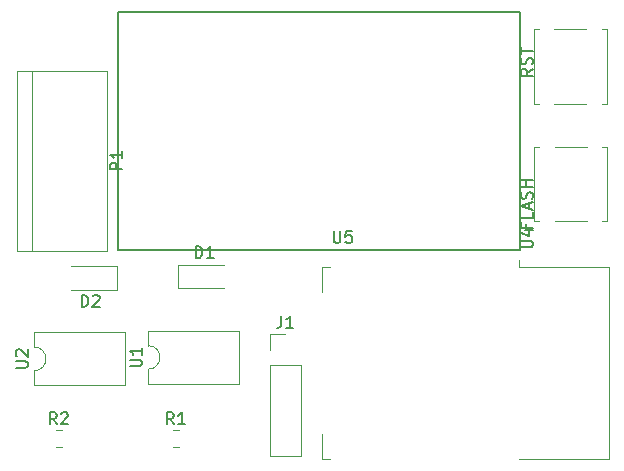
<source format=gto>
G04 #@! TF.GenerationSoftware,KiCad,Pcbnew,5.0.2-bee76a0~70~ubuntu18.04.1*
G04 #@! TF.CreationDate,2019-03-11T17:22:41+01:00*
G04 #@! TF.ProjectId,FilPilote,46696c50-696c-46f7-9465-2e6b69636164,rev?*
G04 #@! TF.SameCoordinates,Original*
G04 #@! TF.FileFunction,Legend,Top*
G04 #@! TF.FilePolarity,Positive*
%FSLAX46Y46*%
G04 Gerber Fmt 4.6, Leading zero omitted, Abs format (unit mm)*
G04 Created by KiCad (PCBNEW 5.0.2-bee76a0~70~ubuntu18.04.1) date lun. 11 mars 2019 17:22:41 CET*
%MOMM*%
%LPD*%
G01*
G04 APERTURE LIST*
%ADD10C,0.120000*%
%ADD11C,0.150000*%
G04 APERTURE END LIST*
D10*
G04 #@! TO.C,FLASH*
X160670000Y-84013000D02*
X161120000Y-84013000D01*
X161120000Y-90313000D02*
X160670000Y-90313000D01*
X161120000Y-84013000D02*
X161120000Y-90313000D01*
X159370000Y-90313000D02*
X156670000Y-90313000D01*
X156670000Y-84013000D02*
X159370000Y-84013000D01*
X154920000Y-90313000D02*
X155320000Y-90313000D01*
X154920000Y-84013000D02*
X154920000Y-90313000D01*
X155370000Y-84013000D02*
X154920000Y-84013000D01*
G04 #@! TO.C,U4*
X161242000Y-94222000D02*
X161242000Y-110462000D01*
X161242000Y-110462000D02*
X153622000Y-110462000D01*
X137622000Y-110462000D02*
X137002000Y-110462000D01*
X137002000Y-110462000D02*
X137002000Y-108342000D01*
X137002000Y-96342000D02*
X137002000Y-94222000D01*
X137002000Y-94222000D02*
X137622000Y-94222000D01*
X153622000Y-94222000D02*
X161242000Y-94222000D01*
X153622000Y-94222000D02*
X153622000Y-93612000D01*
D11*
G04 #@! TO.C,U5*
X119709001Y-92792001D02*
X153709001Y-92792001D01*
X153709001Y-72592001D02*
X119709001Y-72592001D01*
X153709001Y-72592001D02*
X153709001Y-92792001D01*
X119709001Y-92792001D02*
X119709001Y-72592001D01*
D10*
G04 #@! TO.C,J1*
X132528000Y-110169000D02*
X135188000Y-110169000D01*
X132528000Y-102489000D02*
X132528000Y-110169000D01*
X135188000Y-102489000D02*
X135188000Y-110169000D01*
X132528000Y-102489000D02*
X135188000Y-102489000D01*
X132528000Y-101219000D02*
X132528000Y-99889000D01*
X132528000Y-99889000D02*
X133858000Y-99889000D01*
G04 #@! TO.C,P1*
X111125000Y-77597000D02*
X118745000Y-77597000D01*
X111125000Y-92837000D02*
X118745000Y-92837000D01*
X112395000Y-77597000D02*
X112395000Y-92837000D01*
X118745000Y-77597000D02*
X118745000Y-92837000D01*
X111125000Y-77597000D02*
X111125000Y-92837000D01*
G04 #@! TO.C,R1*
X124316748Y-109422000D02*
X124839252Y-109422000D01*
X124316748Y-108002000D02*
X124839252Y-108002000D01*
G04 #@! TO.C,R2*
X114410748Y-108002000D02*
X114933252Y-108002000D01*
X114410748Y-109422000D02*
X114933252Y-109422000D01*
G04 #@! TO.C,RST*
X160638000Y-80366000D02*
X161088000Y-80366000D01*
X161088000Y-80366000D02*
X161088000Y-74066000D01*
X161088000Y-74066000D02*
X160688000Y-74066000D01*
X159338000Y-80366000D02*
X156638000Y-80366000D01*
X156638000Y-74066000D02*
X159338000Y-74066000D01*
X154888000Y-80366000D02*
X154888000Y-74066000D01*
X154888000Y-74066000D02*
X155338000Y-74066000D01*
X155338000Y-80366000D02*
X154888000Y-80366000D01*
G04 #@! TO.C,U1*
X122241000Y-99604000D02*
X122241000Y-100854000D01*
X129981000Y-99604000D02*
X122241000Y-99604000D01*
X129981000Y-104104000D02*
X129981000Y-99604000D01*
X122241000Y-104104000D02*
X129981000Y-104104000D01*
X122241000Y-102854000D02*
X122241000Y-104104000D01*
X122241000Y-100854000D02*
G75*
G02X122241000Y-102854000I0J-1000000D01*
G01*
G04 #@! TO.C,U2*
X112589000Y-100981000D02*
G75*
G02X112589000Y-102981000I0J-1000000D01*
G01*
X112589000Y-102981000D02*
X112589000Y-104231000D01*
X112589000Y-104231000D02*
X120329000Y-104231000D01*
X120329000Y-104231000D02*
X120329000Y-99731000D01*
X120329000Y-99731000D02*
X112589000Y-99731000D01*
X112589000Y-99731000D02*
X112589000Y-100981000D01*
G04 #@! TO.C,D1*
X124749000Y-93996000D02*
X128649000Y-93996000D01*
X124749000Y-95996000D02*
X128649000Y-95996000D01*
X124749000Y-93996000D02*
X124749000Y-95996000D01*
G04 #@! TO.C,D2*
X119597000Y-96123000D02*
X119597000Y-94123000D01*
X119597000Y-94123000D02*
X115697000Y-94123000D01*
X119597000Y-96123000D02*
X115697000Y-96123000D01*
G04 #@! TO.C,FLASH*
D11*
X154278571Y-90565476D02*
X154278571Y-90898809D01*
X154802380Y-90898809D02*
X153802380Y-90898809D01*
X153802380Y-90422619D01*
X154802380Y-89565476D02*
X154802380Y-90041666D01*
X153802380Y-90041666D01*
X154516666Y-89279761D02*
X154516666Y-88803571D01*
X154802380Y-89375000D02*
X153802380Y-89041666D01*
X154802380Y-88708333D01*
X154754761Y-88422619D02*
X154802380Y-88279761D01*
X154802380Y-88041666D01*
X154754761Y-87946428D01*
X154707142Y-87898809D01*
X154611904Y-87851190D01*
X154516666Y-87851190D01*
X154421428Y-87898809D01*
X154373809Y-87946428D01*
X154326190Y-88041666D01*
X154278571Y-88232142D01*
X154230952Y-88327380D01*
X154183333Y-88375000D01*
X154088095Y-88422619D01*
X153992857Y-88422619D01*
X153897619Y-88375000D01*
X153850000Y-88327380D01*
X153802380Y-88232142D01*
X153802380Y-87994047D01*
X153850000Y-87851190D01*
X154802380Y-87422619D02*
X153802380Y-87422619D01*
X154278571Y-87422619D02*
X154278571Y-86851190D01*
X154802380Y-86851190D02*
X153802380Y-86851190D01*
G04 #@! TO.C,U4*
X153834380Y-92543904D02*
X154643904Y-92543904D01*
X154739142Y-92496285D01*
X154786761Y-92448666D01*
X154834380Y-92353428D01*
X154834380Y-92162952D01*
X154786761Y-92067714D01*
X154739142Y-92020095D01*
X154643904Y-91972476D01*
X153834380Y-91972476D01*
X154167714Y-91067714D02*
X154834380Y-91067714D01*
X153786761Y-91305809D02*
X154501047Y-91543904D01*
X154501047Y-90924857D01*
G04 #@! TO.C,U5*
X137947096Y-91144381D02*
X137947096Y-91953905D01*
X137994715Y-92049143D01*
X138042334Y-92096762D01*
X138137572Y-92144381D01*
X138328048Y-92144381D01*
X138423286Y-92096762D01*
X138470905Y-92049143D01*
X138518524Y-91953905D01*
X138518524Y-91144381D01*
X139470905Y-91144381D02*
X138994715Y-91144381D01*
X138947096Y-91620572D01*
X138994715Y-91572953D01*
X139089953Y-91525334D01*
X139328048Y-91525334D01*
X139423286Y-91572953D01*
X139470905Y-91620572D01*
X139518524Y-91715810D01*
X139518524Y-91953905D01*
X139470905Y-92049143D01*
X139423286Y-92096762D01*
X139328048Y-92144381D01*
X139089953Y-92144381D01*
X138994715Y-92096762D01*
X138947096Y-92049143D01*
G04 #@! TO.C,J1*
X133524666Y-98341380D02*
X133524666Y-99055666D01*
X133477047Y-99198523D01*
X133381809Y-99293761D01*
X133238952Y-99341380D01*
X133143714Y-99341380D01*
X134524666Y-99341380D02*
X133953238Y-99341380D01*
X134238952Y-99341380D02*
X134238952Y-98341380D01*
X134143714Y-98484238D01*
X134048476Y-98579476D01*
X133953238Y-98627095D01*
G04 #@! TO.C,P1*
X120037380Y-85925095D02*
X119037380Y-85925095D01*
X119037380Y-85544142D01*
X119085000Y-85448904D01*
X119132619Y-85401285D01*
X119227857Y-85353666D01*
X119370714Y-85353666D01*
X119465952Y-85401285D01*
X119513571Y-85448904D01*
X119561190Y-85544142D01*
X119561190Y-85925095D01*
X120037380Y-84401285D02*
X120037380Y-84972714D01*
X120037380Y-84687000D02*
X119037380Y-84687000D01*
X119180238Y-84782238D01*
X119275476Y-84877476D01*
X119323095Y-84972714D01*
G04 #@! TO.C,R1*
X124411333Y-107514380D02*
X124078000Y-107038190D01*
X123839904Y-107514380D02*
X123839904Y-106514380D01*
X124220857Y-106514380D01*
X124316095Y-106562000D01*
X124363714Y-106609619D01*
X124411333Y-106704857D01*
X124411333Y-106847714D01*
X124363714Y-106942952D01*
X124316095Y-106990571D01*
X124220857Y-107038190D01*
X123839904Y-107038190D01*
X125363714Y-107514380D02*
X124792285Y-107514380D01*
X125078000Y-107514380D02*
X125078000Y-106514380D01*
X124982761Y-106657238D01*
X124887523Y-106752476D01*
X124792285Y-106800095D01*
G04 #@! TO.C,R2*
X114505333Y-107514380D02*
X114172000Y-107038190D01*
X113933904Y-107514380D02*
X113933904Y-106514380D01*
X114314857Y-106514380D01*
X114410095Y-106562000D01*
X114457714Y-106609619D01*
X114505333Y-106704857D01*
X114505333Y-106847714D01*
X114457714Y-106942952D01*
X114410095Y-106990571D01*
X114314857Y-107038190D01*
X113933904Y-107038190D01*
X114886285Y-106609619D02*
X114933904Y-106562000D01*
X115029142Y-106514380D01*
X115267238Y-106514380D01*
X115362476Y-106562000D01*
X115410095Y-106609619D01*
X115457714Y-106704857D01*
X115457714Y-106800095D01*
X115410095Y-106942952D01*
X114838666Y-107514380D01*
X115457714Y-107514380D01*
G04 #@! TO.C,RST*
X154802380Y-77422619D02*
X154326190Y-77755952D01*
X154802380Y-77994047D02*
X153802380Y-77994047D01*
X153802380Y-77613095D01*
X153850000Y-77517857D01*
X153897619Y-77470238D01*
X153992857Y-77422619D01*
X154135714Y-77422619D01*
X154230952Y-77470238D01*
X154278571Y-77517857D01*
X154326190Y-77613095D01*
X154326190Y-77994047D01*
X154754761Y-77041666D02*
X154802380Y-76898809D01*
X154802380Y-76660714D01*
X154754761Y-76565476D01*
X154707142Y-76517857D01*
X154611904Y-76470238D01*
X154516666Y-76470238D01*
X154421428Y-76517857D01*
X154373809Y-76565476D01*
X154326190Y-76660714D01*
X154278571Y-76851190D01*
X154230952Y-76946428D01*
X154183333Y-76994047D01*
X154088095Y-77041666D01*
X153992857Y-77041666D01*
X153897619Y-76994047D01*
X153850000Y-76946428D01*
X153802380Y-76851190D01*
X153802380Y-76613095D01*
X153850000Y-76470238D01*
X153802380Y-76184523D02*
X153802380Y-75613095D01*
X154802380Y-75898809D02*
X153802380Y-75898809D01*
G04 #@! TO.C,U1*
X120693380Y-102615904D02*
X121502904Y-102615904D01*
X121598142Y-102568285D01*
X121645761Y-102520666D01*
X121693380Y-102425428D01*
X121693380Y-102234952D01*
X121645761Y-102139714D01*
X121598142Y-102092095D01*
X121502904Y-102044476D01*
X120693380Y-102044476D01*
X121693380Y-101044476D02*
X121693380Y-101615904D01*
X121693380Y-101330190D02*
X120693380Y-101330190D01*
X120836238Y-101425428D01*
X120931476Y-101520666D01*
X120979095Y-101615904D01*
G04 #@! TO.C,U2*
X111041380Y-102742904D02*
X111850904Y-102742904D01*
X111946142Y-102695285D01*
X111993761Y-102647666D01*
X112041380Y-102552428D01*
X112041380Y-102361952D01*
X111993761Y-102266714D01*
X111946142Y-102219095D01*
X111850904Y-102171476D01*
X111041380Y-102171476D01*
X111136619Y-101742904D02*
X111089000Y-101695285D01*
X111041380Y-101600047D01*
X111041380Y-101361952D01*
X111089000Y-101266714D01*
X111136619Y-101219095D01*
X111231857Y-101171476D01*
X111327095Y-101171476D01*
X111469952Y-101219095D01*
X112041380Y-101790523D01*
X112041380Y-101171476D01*
G04 #@! TO.C,D1*
X126260904Y-93448380D02*
X126260904Y-92448380D01*
X126499000Y-92448380D01*
X126641857Y-92496000D01*
X126737095Y-92591238D01*
X126784714Y-92686476D01*
X126832333Y-92876952D01*
X126832333Y-93019809D01*
X126784714Y-93210285D01*
X126737095Y-93305523D01*
X126641857Y-93400761D01*
X126499000Y-93448380D01*
X126260904Y-93448380D01*
X127784714Y-93448380D02*
X127213285Y-93448380D01*
X127499000Y-93448380D02*
X127499000Y-92448380D01*
X127403761Y-92591238D01*
X127308523Y-92686476D01*
X127213285Y-92734095D01*
G04 #@! TO.C,D2*
X116608904Y-97575380D02*
X116608904Y-96575380D01*
X116847000Y-96575380D01*
X116989857Y-96623000D01*
X117085095Y-96718238D01*
X117132714Y-96813476D01*
X117180333Y-97003952D01*
X117180333Y-97146809D01*
X117132714Y-97337285D01*
X117085095Y-97432523D01*
X116989857Y-97527761D01*
X116847000Y-97575380D01*
X116608904Y-97575380D01*
X117561285Y-96670619D02*
X117608904Y-96623000D01*
X117704142Y-96575380D01*
X117942238Y-96575380D01*
X118037476Y-96623000D01*
X118085095Y-96670619D01*
X118132714Y-96765857D01*
X118132714Y-96861095D01*
X118085095Y-97003952D01*
X117513666Y-97575380D01*
X118132714Y-97575380D01*
G04 #@! TD*
M02*

</source>
